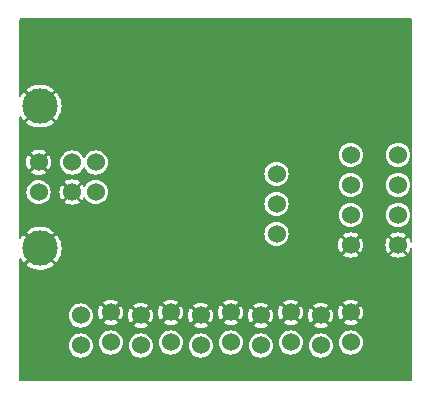
<source format=gbl>
%TF.GenerationSoftware,KiCad,Pcbnew,7.0.8*%
%TF.CreationDate,2024-04-10T09:11:16-04:00*%
%TF.ProjectId,petit-swd,70657469-742d-4737-9764-2e6b69636164,0.1*%
%TF.SameCoordinates,PX77e7cd0PY6a95280*%
%TF.FileFunction,Copper,L2,Bot*%
%TF.FilePolarity,Positive*%
%FSLAX46Y46*%
G04 Gerber Fmt 4.6, Leading zero omitted, Abs format (unit mm)*
G04 Created by KiCad (PCBNEW 7.0.8) date 2024-04-10 09:11:16*
%MOMM*%
%LPD*%
G01*
G04 APERTURE LIST*
%TA.AperFunction,ComponentPad*%
%ADD10C,1.524000*%
%TD*%
%TA.AperFunction,ComponentPad*%
%ADD11C,3.000000*%
%TD*%
G04 APERTURE END LIST*
D10*
%TO.P,CON102,1,Vdd*%
%TO.N,VCC*%
X28575000Y19685000D03*
%TO.P,CON102,2,SWDIO*%
%TO.N,/SWDIO*%
X28575000Y17145000D03*
%TO.P,CON102,3,SWCLK*%
%TO.N,/SWCLK*%
X28575000Y14605000D03*
%TO.P,CON102,4,GND*%
%TO.N,GND*%
X28575000Y12065000D03*
%TD*%
%TO.P,CON104,1,+5V*%
%TO.N,+5V*%
X6985000Y16550000D03*
%TO.P,CON104,2,D-*%
%TO.N,unconnected-(CON104-D--Pad2)*%
X6985000Y19050000D03*
%TO.P,CON104,3,D+*%
%TO.N,unconnected-(CON104-D+-Pad3)*%
X4985000Y19050000D03*
%TO.P,CON104,4,GND*%
%TO.N,GND*%
X4985000Y16550000D03*
D11*
%TO.P,CON104,5,CASE*%
X2275000Y11780000D03*
X2275000Y23820000D03*
%TD*%
D10*
%TO.P,CON105,1,1*%
%TO.N,+3V3*%
X22288500Y18084800D03*
%TO.P,CON105,2,2*%
%TO.N,VCC*%
X22288500Y15544800D03*
%TO.P,CON105,3,3*%
%TO.N,+5V*%
X22288500Y13004800D03*
%TD*%
%TO.P,CON101,1,Vcc*%
%TO.N,VCC*%
X5715000Y3556000D03*
%TO.P,CON101,2,Vcc*%
X5715000Y6096000D03*
%TO.P,CON101,3,TRST*%
%TO.N,unconnected-(CON101-TRST-Pad3)*%
X8255000Y3810000D03*
%TO.P,CON101,4,GND*%
%TO.N,GND*%
X8255000Y6350000D03*
%TO.P,CON101,5,TDI*%
%TO.N,unconnected-(CON101-TDI-Pad5)*%
X10795000Y3556000D03*
%TO.P,CON101,6,GND*%
%TO.N,GND*%
X10795000Y6096000D03*
%TO.P,CON101,7,SWDIO/TMS*%
%TO.N,/SWDIO*%
X13335000Y3810000D03*
%TO.P,CON101,8,GND*%
%TO.N,GND*%
X13335000Y6350000D03*
%TO.P,CON101,9,SWCLK/TCLK*%
%TO.N,/SWCLK*%
X15875000Y3556000D03*
%TO.P,CON101,10,GND*%
%TO.N,GND*%
X15875000Y6096000D03*
%TO.P,CON101,11,RTCK*%
%TO.N,unconnected-(CON101-RTCK-Pad11)*%
X18415000Y3810000D03*
%TO.P,CON101,12,GND*%
%TO.N,GND*%
X18415000Y6350000D03*
%TO.P,CON101,13,SWO/TDO*%
%TO.N,unconnected-(CON101-SWO{slash}TDO-Pad13)*%
X20955000Y3556000D03*
%TO.P,CON101,14,GND*%
%TO.N,GND*%
X20955000Y6096000D03*
%TO.P,CON101,15,RESET*%
%TO.N,unconnected-(CON101-RESET-Pad15)*%
X23495000Y3810000D03*
%TO.P,CON101,16,GND*%
%TO.N,GND*%
X23495000Y6350000D03*
%TO.P,CON101,17,NC*%
%TO.N,unconnected-(CON101-NC-Pad17)*%
X26035000Y3556000D03*
%TO.P,CON101,18,GND*%
%TO.N,GND*%
X26035000Y6096000D03*
%TO.P,CON101,19,NC*%
%TO.N,unconnected-(CON101-NC-Pad19)*%
X28575000Y3810000D03*
%TO.P,CON101,20,GND*%
%TO.N,GND*%
X28575000Y6350000D03*
%TD*%
%TO.P,CON106,1,1*%
%TO.N,+5V*%
X2140000Y16535400D03*
%TO.P,CON106,2,2*%
%TO.N,GND*%
X2140000Y19075400D03*
%TD*%
%TO.P,CON103,1,Vdd*%
%TO.N,VCC*%
X32575500Y19685000D03*
%TO.P,CON103,2,SWDIO*%
%TO.N,/SWDIO*%
X32575500Y17145000D03*
%TO.P,CON103,3,SWCLK*%
%TO.N,/SWCLK*%
X32575500Y14605000D03*
%TO.P,CON103,4,GND*%
%TO.N,GND*%
X32575500Y12065000D03*
%TD*%
%TA.AperFunction,Conductor*%
%TO.N,GND*%
G36*
X33750101Y31220935D02*
G01*
X33780165Y31168864D01*
X33781500Y31153600D01*
X33781500Y12356941D01*
X33760935Y12300440D01*
X33708864Y12270376D01*
X33649650Y12280817D01*
X33611001Y12326877D01*
X33609485Y12331425D01*
X33565866Y12475217D01*
X33466801Y12660554D01*
X33430640Y12704616D01*
X33027431Y12301407D01*
X32963369Y12401090D01*
X32852970Y12496752D01*
X32810925Y12515953D01*
X33215113Y12920141D01*
X33171053Y12956302D01*
X33171054Y12956302D01*
X32985716Y13055367D01*
X32784635Y13116364D01*
X32575500Y13136962D01*
X32366364Y13116364D01*
X32165283Y13055367D01*
X31979949Y12956304D01*
X31935885Y12920142D01*
X32340074Y12515953D01*
X32298030Y12496752D01*
X32187631Y12401090D01*
X32123567Y12301406D01*
X31720358Y12704615D01*
X31684196Y12660551D01*
X31585133Y12475217D01*
X31524136Y12274136D01*
X31503538Y12065000D01*
X31524136Y11855865D01*
X31585133Y11654784D01*
X31684198Y11469447D01*
X31720359Y11425387D01*
X32123567Y11828595D01*
X32187631Y11728910D01*
X32298030Y11633248D01*
X32340072Y11614048D01*
X31935884Y11209860D01*
X31979946Y11173699D01*
X31979945Y11173699D01*
X32165283Y11074634D01*
X32366364Y11013637D01*
X32575500Y10993039D01*
X32784635Y11013637D01*
X32985716Y11074634D01*
X33171048Y11173696D01*
X33215113Y11209861D01*
X32810926Y11614048D01*
X32852970Y11633248D01*
X32963369Y11728910D01*
X33027432Y11828595D01*
X33430639Y11425387D01*
X33466804Y11469452D01*
X33565866Y11654784D01*
X33609485Y11798576D01*
X33645565Y11846675D01*
X33704122Y11860328D01*
X33757755Y11833148D01*
X33781369Y11777852D01*
X33781500Y11773060D01*
X33781500Y596400D01*
X33760935Y539899D01*
X33708864Y509835D01*
X33693600Y508500D01*
X596400Y508500D01*
X539899Y529065D01*
X509835Y581136D01*
X508500Y596400D01*
X508500Y3556000D01*
X4693582Y3556000D01*
X4713208Y3356731D01*
X4771333Y3165120D01*
X4865722Y2988531D01*
X4992748Y2833748D01*
X5147531Y2706722D01*
X5324120Y2612333D01*
X5515731Y2554208D01*
X5715000Y2534582D01*
X5914269Y2554208D01*
X6105880Y2612333D01*
X6282469Y2706722D01*
X6437252Y2833748D01*
X6564278Y2988531D01*
X6658667Y3165120D01*
X6716792Y3356731D01*
X6736418Y3556000D01*
X6716792Y3755269D01*
X6700189Y3810000D01*
X7233582Y3810000D01*
X7253208Y3610731D01*
X7311333Y3419120D01*
X7405722Y3242531D01*
X7532748Y3087748D01*
X7687531Y2960722D01*
X7864120Y2866333D01*
X8055731Y2808208D01*
X8255000Y2788582D01*
X8454269Y2808208D01*
X8645880Y2866333D01*
X8822469Y2960722D01*
X8977252Y3087748D01*
X9104278Y3242531D01*
X9198667Y3419120D01*
X9240189Y3556000D01*
X9773582Y3556000D01*
X9793208Y3356731D01*
X9851333Y3165120D01*
X9945722Y2988531D01*
X10072748Y2833748D01*
X10227531Y2706722D01*
X10404120Y2612333D01*
X10595731Y2554208D01*
X10795000Y2534582D01*
X10994269Y2554208D01*
X11185880Y2612333D01*
X11362469Y2706722D01*
X11517252Y2833748D01*
X11644278Y2988531D01*
X11738667Y3165120D01*
X11796792Y3356731D01*
X11816418Y3556000D01*
X11796792Y3755269D01*
X11780189Y3810000D01*
X12313582Y3810000D01*
X12333208Y3610731D01*
X12391333Y3419120D01*
X12485722Y3242531D01*
X12612748Y3087748D01*
X12767531Y2960722D01*
X12944120Y2866333D01*
X13135731Y2808208D01*
X13335000Y2788582D01*
X13534269Y2808208D01*
X13725880Y2866333D01*
X13902469Y2960722D01*
X14057252Y3087748D01*
X14184278Y3242531D01*
X14278667Y3419120D01*
X14320189Y3556000D01*
X14853582Y3556000D01*
X14873208Y3356731D01*
X14931333Y3165120D01*
X15025722Y2988531D01*
X15152748Y2833748D01*
X15307531Y2706722D01*
X15484120Y2612333D01*
X15675731Y2554208D01*
X15875000Y2534582D01*
X16074269Y2554208D01*
X16265880Y2612333D01*
X16442469Y2706722D01*
X16597252Y2833748D01*
X16724278Y2988531D01*
X16818667Y3165120D01*
X16876792Y3356731D01*
X16896418Y3556000D01*
X16876792Y3755269D01*
X16860189Y3810000D01*
X17393582Y3810000D01*
X17413208Y3610731D01*
X17471333Y3419120D01*
X17565722Y3242531D01*
X17692748Y3087748D01*
X17847531Y2960722D01*
X18024120Y2866333D01*
X18215731Y2808208D01*
X18415000Y2788582D01*
X18614269Y2808208D01*
X18805880Y2866333D01*
X18982469Y2960722D01*
X19137252Y3087748D01*
X19264278Y3242531D01*
X19358667Y3419120D01*
X19400189Y3556000D01*
X19933582Y3556000D01*
X19953208Y3356731D01*
X20011333Y3165120D01*
X20105722Y2988531D01*
X20232748Y2833748D01*
X20387531Y2706722D01*
X20564120Y2612333D01*
X20755731Y2554208D01*
X20955000Y2534582D01*
X21154269Y2554208D01*
X21345880Y2612333D01*
X21522469Y2706722D01*
X21677252Y2833748D01*
X21804278Y2988531D01*
X21898667Y3165120D01*
X21956792Y3356731D01*
X21976418Y3556000D01*
X21956792Y3755269D01*
X21940189Y3810000D01*
X22473582Y3810000D01*
X22493208Y3610731D01*
X22551333Y3419120D01*
X22645722Y3242531D01*
X22772748Y3087748D01*
X22927531Y2960722D01*
X23104120Y2866333D01*
X23295731Y2808208D01*
X23495000Y2788582D01*
X23694269Y2808208D01*
X23885880Y2866333D01*
X24062469Y2960722D01*
X24217252Y3087748D01*
X24344278Y3242531D01*
X24438667Y3419120D01*
X24480189Y3556000D01*
X25013582Y3556000D01*
X25033208Y3356731D01*
X25091333Y3165120D01*
X25185722Y2988531D01*
X25312748Y2833748D01*
X25467531Y2706722D01*
X25644120Y2612333D01*
X25835731Y2554208D01*
X26035000Y2534582D01*
X26234269Y2554208D01*
X26425880Y2612333D01*
X26602469Y2706722D01*
X26757252Y2833748D01*
X26884278Y2988531D01*
X26978667Y3165120D01*
X27036792Y3356731D01*
X27056418Y3556000D01*
X27036792Y3755269D01*
X27020189Y3810000D01*
X27553582Y3810000D01*
X27573208Y3610731D01*
X27631333Y3419120D01*
X27725722Y3242531D01*
X27852748Y3087748D01*
X28007531Y2960722D01*
X28184120Y2866333D01*
X28375731Y2808208D01*
X28575000Y2788582D01*
X28774269Y2808208D01*
X28965880Y2866333D01*
X29142469Y2960722D01*
X29297252Y3087748D01*
X29424278Y3242531D01*
X29518667Y3419120D01*
X29576792Y3610731D01*
X29596418Y3810000D01*
X29576792Y4009269D01*
X29518667Y4200880D01*
X29424278Y4377469D01*
X29297252Y4532252D01*
X29142469Y4659278D01*
X28965880Y4753667D01*
X28853398Y4787789D01*
X28774273Y4811791D01*
X28774271Y4811792D01*
X28774269Y4811792D01*
X28575000Y4831418D01*
X28375731Y4811792D01*
X28375728Y4811792D01*
X28375726Y4811791D01*
X28184120Y4753667D01*
X28184116Y4753665D01*
X28007530Y4659278D01*
X27852750Y4532254D01*
X27852746Y4532250D01*
X27725722Y4377470D01*
X27631335Y4200884D01*
X27631333Y4200880D01*
X27573209Y4009274D01*
X27573208Y4009272D01*
X27573208Y4009269D01*
X27553582Y3810000D01*
X27020189Y3810000D01*
X26978667Y3946880D01*
X26884278Y4123469D01*
X26757252Y4278252D01*
X26602469Y4405278D01*
X26425880Y4499667D01*
X26313398Y4533789D01*
X26234273Y4557791D01*
X26234271Y4557792D01*
X26234269Y4557792D01*
X26035000Y4577418D01*
X25835731Y4557792D01*
X25835728Y4557792D01*
X25835726Y4557791D01*
X25644120Y4499667D01*
X25644116Y4499665D01*
X25467530Y4405278D01*
X25312750Y4278254D01*
X25312746Y4278250D01*
X25185722Y4123470D01*
X25091335Y3946884D01*
X25091333Y3946880D01*
X25033209Y3755274D01*
X25033208Y3755272D01*
X25033208Y3755269D01*
X25013582Y3556000D01*
X24480189Y3556000D01*
X24496792Y3610731D01*
X24516418Y3810000D01*
X24496792Y4009269D01*
X24438667Y4200880D01*
X24344278Y4377469D01*
X24217252Y4532252D01*
X24062469Y4659278D01*
X23885880Y4753667D01*
X23773398Y4787789D01*
X23694273Y4811791D01*
X23694271Y4811792D01*
X23694269Y4811792D01*
X23495000Y4831418D01*
X23295731Y4811792D01*
X23295728Y4811792D01*
X23295726Y4811791D01*
X23104120Y4753667D01*
X23104116Y4753665D01*
X22927530Y4659278D01*
X22772750Y4532254D01*
X22772746Y4532250D01*
X22645722Y4377470D01*
X22551335Y4200884D01*
X22551333Y4200880D01*
X22493209Y4009274D01*
X22493208Y4009272D01*
X22493208Y4009269D01*
X22473582Y3810000D01*
X21940189Y3810000D01*
X21898667Y3946880D01*
X21804278Y4123469D01*
X21677252Y4278252D01*
X21522469Y4405278D01*
X21345880Y4499667D01*
X21233398Y4533789D01*
X21154273Y4557791D01*
X21154271Y4557792D01*
X21154269Y4557792D01*
X20955000Y4577418D01*
X20755731Y4557792D01*
X20755728Y4557792D01*
X20755726Y4557791D01*
X20564120Y4499667D01*
X20564116Y4499665D01*
X20387530Y4405278D01*
X20232750Y4278254D01*
X20232746Y4278250D01*
X20105722Y4123470D01*
X20011335Y3946884D01*
X20011333Y3946880D01*
X19953209Y3755274D01*
X19953208Y3755272D01*
X19953208Y3755269D01*
X19933582Y3556000D01*
X19400189Y3556000D01*
X19416792Y3610731D01*
X19436418Y3810000D01*
X19416792Y4009269D01*
X19358667Y4200880D01*
X19264278Y4377469D01*
X19137252Y4532252D01*
X18982469Y4659278D01*
X18805880Y4753667D01*
X18693398Y4787789D01*
X18614273Y4811791D01*
X18614271Y4811792D01*
X18614269Y4811792D01*
X18415000Y4831418D01*
X18215731Y4811792D01*
X18215728Y4811792D01*
X18215726Y4811791D01*
X18024120Y4753667D01*
X18024116Y4753665D01*
X17847530Y4659278D01*
X17692750Y4532254D01*
X17692746Y4532250D01*
X17565722Y4377470D01*
X17471335Y4200884D01*
X17471333Y4200880D01*
X17413209Y4009274D01*
X17413208Y4009272D01*
X17413208Y4009269D01*
X17393582Y3810000D01*
X16860189Y3810000D01*
X16818667Y3946880D01*
X16724278Y4123469D01*
X16597252Y4278252D01*
X16442469Y4405278D01*
X16265880Y4499667D01*
X16153398Y4533789D01*
X16074273Y4557791D01*
X16074271Y4557792D01*
X16074269Y4557792D01*
X15875000Y4577418D01*
X15675731Y4557792D01*
X15675728Y4557792D01*
X15675726Y4557791D01*
X15484120Y4499667D01*
X15484116Y4499665D01*
X15307530Y4405278D01*
X15152750Y4278254D01*
X15152746Y4278250D01*
X15025722Y4123470D01*
X14931335Y3946884D01*
X14931333Y3946880D01*
X14873209Y3755274D01*
X14873208Y3755272D01*
X14873208Y3755269D01*
X14853582Y3556000D01*
X14320189Y3556000D01*
X14336792Y3610731D01*
X14356418Y3810000D01*
X14336792Y4009269D01*
X14278667Y4200880D01*
X14184278Y4377469D01*
X14057252Y4532252D01*
X13902469Y4659278D01*
X13725880Y4753667D01*
X13613398Y4787789D01*
X13534273Y4811791D01*
X13534271Y4811792D01*
X13534269Y4811792D01*
X13335000Y4831418D01*
X13135731Y4811792D01*
X13135728Y4811792D01*
X13135726Y4811791D01*
X12944120Y4753667D01*
X12944116Y4753665D01*
X12767530Y4659278D01*
X12612750Y4532254D01*
X12612746Y4532250D01*
X12485722Y4377470D01*
X12391335Y4200884D01*
X12391333Y4200880D01*
X12333209Y4009274D01*
X12333208Y4009272D01*
X12333208Y4009269D01*
X12313582Y3810000D01*
X11780189Y3810000D01*
X11738667Y3946880D01*
X11644278Y4123469D01*
X11517252Y4278252D01*
X11362469Y4405278D01*
X11185880Y4499667D01*
X11073398Y4533789D01*
X10994273Y4557791D01*
X10994271Y4557792D01*
X10994269Y4557792D01*
X10795000Y4577418D01*
X10595731Y4557792D01*
X10595728Y4557792D01*
X10595726Y4557791D01*
X10404120Y4499667D01*
X10404116Y4499665D01*
X10227530Y4405278D01*
X10072750Y4278254D01*
X10072746Y4278250D01*
X9945722Y4123470D01*
X9851335Y3946884D01*
X9851333Y3946880D01*
X9793209Y3755274D01*
X9793208Y3755272D01*
X9793208Y3755269D01*
X9773582Y3556000D01*
X9240189Y3556000D01*
X9256792Y3610731D01*
X9276418Y3810000D01*
X9256792Y4009269D01*
X9198667Y4200880D01*
X9104278Y4377469D01*
X8977252Y4532252D01*
X8822469Y4659278D01*
X8645880Y4753667D01*
X8533398Y4787789D01*
X8454273Y4811791D01*
X8454271Y4811792D01*
X8454269Y4811792D01*
X8255000Y4831418D01*
X8055731Y4811792D01*
X8055728Y4811792D01*
X8055726Y4811791D01*
X7864120Y4753667D01*
X7864116Y4753665D01*
X7687530Y4659278D01*
X7532750Y4532254D01*
X7532746Y4532250D01*
X7405722Y4377470D01*
X7311335Y4200884D01*
X7311333Y4200880D01*
X7253209Y4009274D01*
X7253208Y4009272D01*
X7253208Y4009269D01*
X7233582Y3810000D01*
X6700189Y3810000D01*
X6658667Y3946880D01*
X6564278Y4123469D01*
X6437252Y4278252D01*
X6282469Y4405278D01*
X6105880Y4499667D01*
X5993398Y4533789D01*
X5914273Y4557791D01*
X5914271Y4557792D01*
X5914269Y4557792D01*
X5715000Y4577418D01*
X5515731Y4557792D01*
X5515728Y4557792D01*
X5515726Y4557791D01*
X5324120Y4499667D01*
X5324116Y4499665D01*
X5147530Y4405278D01*
X4992750Y4278254D01*
X4992746Y4278250D01*
X4865722Y4123470D01*
X4771335Y3946884D01*
X4771333Y3946880D01*
X4713209Y3755274D01*
X4713208Y3755272D01*
X4713208Y3755269D01*
X4693582Y3556000D01*
X508500Y3556000D01*
X508500Y6096000D01*
X4693582Y6096000D01*
X4713208Y5896731D01*
X4713208Y5896729D01*
X4713209Y5896727D01*
X4725089Y5857565D01*
X4771333Y5705120D01*
X4865722Y5528531D01*
X4992748Y5373748D01*
X5147531Y5246722D01*
X5324120Y5152333D01*
X5515731Y5094208D01*
X5715000Y5074582D01*
X5914269Y5094208D01*
X6105880Y5152333D01*
X6282469Y5246722D01*
X6437252Y5373748D01*
X6564278Y5528531D01*
X6658667Y5705120D01*
X6716792Y5896731D01*
X6736418Y6096000D01*
X6716792Y6295269D01*
X6700189Y6350000D01*
X7183038Y6350000D01*
X7203636Y6140865D01*
X7264633Y5939784D01*
X7363698Y5754447D01*
X7399859Y5710387D01*
X7803067Y6113595D01*
X7867131Y6013910D01*
X7977530Y5918248D01*
X8019572Y5899048D01*
X7615384Y5494860D01*
X7659446Y5458699D01*
X7659445Y5458699D01*
X7844783Y5359634D01*
X8045864Y5298637D01*
X8255000Y5278039D01*
X8464135Y5298637D01*
X8665216Y5359634D01*
X8850548Y5458696D01*
X8894613Y5494861D01*
X8490426Y5899048D01*
X8532470Y5918248D01*
X8642869Y6013910D01*
X8706932Y6113595D01*
X9110139Y5710387D01*
X9146304Y5754452D01*
X9245366Y5939784D01*
X9292753Y6096000D01*
X9723038Y6096000D01*
X9743636Y5886865D01*
X9804633Y5685784D01*
X9903698Y5500447D01*
X9939859Y5456387D01*
X10343067Y5859595D01*
X10407131Y5759910D01*
X10517530Y5664248D01*
X10559572Y5645048D01*
X10155384Y5240860D01*
X10199446Y5204699D01*
X10199445Y5204699D01*
X10384783Y5105634D01*
X10585864Y5044637D01*
X10795000Y5024039D01*
X11004135Y5044637D01*
X11205216Y5105634D01*
X11390548Y5204696D01*
X11434613Y5240861D01*
X11030426Y5645048D01*
X11072470Y5664248D01*
X11182869Y5759910D01*
X11246932Y5859595D01*
X11650139Y5456387D01*
X11686304Y5500452D01*
X11785366Y5685784D01*
X11846363Y5886865D01*
X11866961Y6096000D01*
X11846363Y6305136D01*
X11832754Y6350000D01*
X12263038Y6350000D01*
X12283636Y6140865D01*
X12344633Y5939784D01*
X12443698Y5754447D01*
X12479859Y5710387D01*
X12883067Y6113595D01*
X12947131Y6013910D01*
X13057530Y5918248D01*
X13099572Y5899048D01*
X12695384Y5494860D01*
X12739446Y5458699D01*
X12739445Y5458699D01*
X12924783Y5359634D01*
X13125864Y5298637D01*
X13335000Y5278039D01*
X13544135Y5298637D01*
X13745216Y5359634D01*
X13930548Y5458696D01*
X13974613Y5494861D01*
X13570426Y5899048D01*
X13612470Y5918248D01*
X13722869Y6013910D01*
X13786932Y6113595D01*
X14190139Y5710387D01*
X14226304Y5754452D01*
X14325366Y5939784D01*
X14372753Y6096000D01*
X14803038Y6096000D01*
X14823636Y5886865D01*
X14884633Y5685784D01*
X14983698Y5500447D01*
X15019859Y5456387D01*
X15423067Y5859595D01*
X15487131Y5759910D01*
X15597530Y5664248D01*
X15639572Y5645048D01*
X15235384Y5240860D01*
X15279446Y5204699D01*
X15279445Y5204699D01*
X15464783Y5105634D01*
X15665864Y5044637D01*
X15875000Y5024039D01*
X16084135Y5044637D01*
X16285216Y5105634D01*
X16470548Y5204696D01*
X16514613Y5240861D01*
X16110426Y5645048D01*
X16152470Y5664248D01*
X16262869Y5759910D01*
X16326932Y5859595D01*
X16730139Y5456387D01*
X16766304Y5500452D01*
X16865366Y5685784D01*
X16926363Y5886865D01*
X16946961Y6096000D01*
X16926363Y6305136D01*
X16912754Y6350000D01*
X17343038Y6350000D01*
X17363636Y6140865D01*
X17424633Y5939784D01*
X17523698Y5754447D01*
X17559859Y5710387D01*
X17963067Y6113595D01*
X18027131Y6013910D01*
X18137530Y5918248D01*
X18179572Y5899048D01*
X17775384Y5494860D01*
X17819446Y5458699D01*
X17819445Y5458699D01*
X18004783Y5359634D01*
X18205864Y5298637D01*
X18415000Y5278039D01*
X18624135Y5298637D01*
X18825216Y5359634D01*
X19010548Y5458696D01*
X19054613Y5494861D01*
X18650426Y5899048D01*
X18692470Y5918248D01*
X18802869Y6013910D01*
X18866932Y6113595D01*
X19270139Y5710387D01*
X19306304Y5754452D01*
X19405366Y5939784D01*
X19452753Y6096000D01*
X19883038Y6096000D01*
X19903636Y5886865D01*
X19964633Y5685784D01*
X20063698Y5500447D01*
X20099859Y5456387D01*
X20503067Y5859595D01*
X20567131Y5759910D01*
X20677530Y5664248D01*
X20719572Y5645048D01*
X20315384Y5240860D01*
X20359446Y5204699D01*
X20359445Y5204699D01*
X20544783Y5105634D01*
X20745864Y5044637D01*
X20955000Y5024039D01*
X21164135Y5044637D01*
X21365216Y5105634D01*
X21550548Y5204696D01*
X21594613Y5240861D01*
X21190426Y5645048D01*
X21232470Y5664248D01*
X21342869Y5759910D01*
X21406932Y5859595D01*
X21810139Y5456387D01*
X21846304Y5500452D01*
X21945366Y5685784D01*
X22006363Y5886865D01*
X22026961Y6096000D01*
X22006363Y6305136D01*
X21992754Y6350000D01*
X22423038Y6350000D01*
X22443636Y6140865D01*
X22504633Y5939784D01*
X22603698Y5754447D01*
X22639859Y5710387D01*
X23043067Y6113595D01*
X23107131Y6013910D01*
X23217530Y5918248D01*
X23259572Y5899048D01*
X22855384Y5494860D01*
X22899446Y5458699D01*
X22899445Y5458699D01*
X23084783Y5359634D01*
X23285864Y5298637D01*
X23495000Y5278039D01*
X23704135Y5298637D01*
X23905216Y5359634D01*
X24090548Y5458696D01*
X24134613Y5494861D01*
X23730426Y5899048D01*
X23772470Y5918248D01*
X23882869Y6013910D01*
X23946932Y6113595D01*
X24350139Y5710387D01*
X24386304Y5754452D01*
X24485366Y5939784D01*
X24532753Y6096000D01*
X24963038Y6096000D01*
X24983636Y5886865D01*
X25044633Y5685784D01*
X25143698Y5500447D01*
X25179859Y5456387D01*
X25583067Y5859595D01*
X25647131Y5759910D01*
X25757530Y5664248D01*
X25799572Y5645048D01*
X25395384Y5240860D01*
X25439446Y5204699D01*
X25439445Y5204699D01*
X25624783Y5105634D01*
X25825864Y5044637D01*
X26035000Y5024039D01*
X26244135Y5044637D01*
X26445216Y5105634D01*
X26630548Y5204696D01*
X26674613Y5240861D01*
X26270426Y5645048D01*
X26312470Y5664248D01*
X26422869Y5759910D01*
X26486932Y5859595D01*
X26890139Y5456387D01*
X26926304Y5500452D01*
X27025366Y5685784D01*
X27086363Y5886865D01*
X27106961Y6096000D01*
X27086363Y6305136D01*
X27072754Y6350000D01*
X27503038Y6350000D01*
X27523636Y6140865D01*
X27584633Y5939784D01*
X27683698Y5754447D01*
X27719859Y5710387D01*
X28123067Y6113595D01*
X28187131Y6013910D01*
X28297530Y5918248D01*
X28339572Y5899048D01*
X27935384Y5494860D01*
X27979446Y5458699D01*
X27979445Y5458699D01*
X28164783Y5359634D01*
X28365864Y5298637D01*
X28575000Y5278039D01*
X28784135Y5298637D01*
X28985216Y5359634D01*
X29170548Y5458696D01*
X29214613Y5494861D01*
X28810426Y5899048D01*
X28852470Y5918248D01*
X28962869Y6013910D01*
X29026932Y6113595D01*
X29430139Y5710387D01*
X29466304Y5754452D01*
X29565366Y5939784D01*
X29626363Y6140865D01*
X29646961Y6350000D01*
X29626363Y6559136D01*
X29565366Y6760217D01*
X29466301Y6945554D01*
X29430140Y6989616D01*
X29026931Y6586407D01*
X28962869Y6686090D01*
X28852470Y6781752D01*
X28810425Y6800953D01*
X29214613Y7205141D01*
X29170553Y7241302D01*
X29170554Y7241302D01*
X28985216Y7340367D01*
X28784135Y7401364D01*
X28575000Y7421962D01*
X28365864Y7401364D01*
X28164783Y7340367D01*
X27979449Y7241304D01*
X27935385Y7205142D01*
X28339574Y6800953D01*
X28297530Y6781752D01*
X28187131Y6686090D01*
X28123067Y6586406D01*
X27719858Y6989615D01*
X27683696Y6945551D01*
X27584633Y6760217D01*
X27523636Y6559136D01*
X27503038Y6350000D01*
X27072754Y6350000D01*
X27025366Y6506217D01*
X26926301Y6691554D01*
X26890140Y6735616D01*
X26486931Y6332407D01*
X26422869Y6432090D01*
X26312470Y6527752D01*
X26270425Y6546953D01*
X26674613Y6951141D01*
X26630553Y6987302D01*
X26630554Y6987302D01*
X26445216Y7086367D01*
X26244135Y7147364D01*
X26035000Y7167962D01*
X25825864Y7147364D01*
X25624783Y7086367D01*
X25439449Y6987304D01*
X25395385Y6951142D01*
X25799574Y6546953D01*
X25757530Y6527752D01*
X25647131Y6432090D01*
X25583067Y6332406D01*
X25179858Y6735615D01*
X25143696Y6691551D01*
X25044633Y6506217D01*
X24983636Y6305136D01*
X24963038Y6096000D01*
X24532753Y6096000D01*
X24546363Y6140865D01*
X24566961Y6350000D01*
X24546363Y6559136D01*
X24485366Y6760217D01*
X24386301Y6945554D01*
X24350140Y6989616D01*
X23946931Y6586407D01*
X23882869Y6686090D01*
X23772470Y6781752D01*
X23730425Y6800953D01*
X24134613Y7205141D01*
X24090553Y7241302D01*
X24090554Y7241302D01*
X23905216Y7340367D01*
X23704135Y7401364D01*
X23495000Y7421962D01*
X23285864Y7401364D01*
X23084783Y7340367D01*
X22899449Y7241304D01*
X22855385Y7205142D01*
X23259574Y6800953D01*
X23217530Y6781752D01*
X23107131Y6686090D01*
X23043067Y6586406D01*
X22639858Y6989615D01*
X22603696Y6945551D01*
X22504633Y6760217D01*
X22443636Y6559136D01*
X22423038Y6350000D01*
X21992754Y6350000D01*
X21945366Y6506217D01*
X21846301Y6691554D01*
X21810140Y6735616D01*
X21406931Y6332407D01*
X21342869Y6432090D01*
X21232470Y6527752D01*
X21190425Y6546953D01*
X21594613Y6951141D01*
X21550553Y6987302D01*
X21550554Y6987302D01*
X21365216Y7086367D01*
X21164135Y7147364D01*
X20955000Y7167962D01*
X20745864Y7147364D01*
X20544783Y7086367D01*
X20359449Y6987304D01*
X20315385Y6951142D01*
X20719574Y6546953D01*
X20677530Y6527752D01*
X20567131Y6432090D01*
X20503067Y6332406D01*
X20099858Y6735615D01*
X20063696Y6691551D01*
X19964633Y6506217D01*
X19903636Y6305136D01*
X19883038Y6096000D01*
X19452753Y6096000D01*
X19466363Y6140865D01*
X19486961Y6350000D01*
X19466363Y6559136D01*
X19405366Y6760217D01*
X19306301Y6945554D01*
X19270140Y6989616D01*
X18866931Y6586407D01*
X18802869Y6686090D01*
X18692470Y6781752D01*
X18650425Y6800953D01*
X19054613Y7205141D01*
X19010553Y7241302D01*
X19010554Y7241302D01*
X18825216Y7340367D01*
X18624135Y7401364D01*
X18415000Y7421962D01*
X18205864Y7401364D01*
X18004783Y7340367D01*
X17819449Y7241304D01*
X17775385Y7205142D01*
X18179574Y6800953D01*
X18137530Y6781752D01*
X18027131Y6686090D01*
X17963067Y6586406D01*
X17559858Y6989615D01*
X17523696Y6945551D01*
X17424633Y6760217D01*
X17363636Y6559136D01*
X17343038Y6350000D01*
X16912754Y6350000D01*
X16865366Y6506217D01*
X16766301Y6691554D01*
X16730140Y6735616D01*
X16326931Y6332407D01*
X16262869Y6432090D01*
X16152470Y6527752D01*
X16110425Y6546953D01*
X16514613Y6951141D01*
X16470553Y6987302D01*
X16470554Y6987302D01*
X16285216Y7086367D01*
X16084135Y7147364D01*
X15875000Y7167962D01*
X15665864Y7147364D01*
X15464783Y7086367D01*
X15279449Y6987304D01*
X15235385Y6951142D01*
X15639574Y6546953D01*
X15597530Y6527752D01*
X15487131Y6432090D01*
X15423067Y6332406D01*
X15019858Y6735615D01*
X14983696Y6691551D01*
X14884633Y6506217D01*
X14823636Y6305136D01*
X14803038Y6096000D01*
X14372753Y6096000D01*
X14386363Y6140865D01*
X14406961Y6350000D01*
X14386363Y6559136D01*
X14325366Y6760217D01*
X14226301Y6945554D01*
X14190140Y6989616D01*
X13786931Y6586407D01*
X13722869Y6686090D01*
X13612470Y6781752D01*
X13570425Y6800953D01*
X13974613Y7205141D01*
X13930553Y7241302D01*
X13930554Y7241302D01*
X13745216Y7340367D01*
X13544135Y7401364D01*
X13335000Y7421962D01*
X13125864Y7401364D01*
X12924783Y7340367D01*
X12739449Y7241304D01*
X12695385Y7205142D01*
X13099574Y6800953D01*
X13057530Y6781752D01*
X12947131Y6686090D01*
X12883067Y6586406D01*
X12479858Y6989615D01*
X12443696Y6945551D01*
X12344633Y6760217D01*
X12283636Y6559136D01*
X12263038Y6350000D01*
X11832754Y6350000D01*
X11785366Y6506217D01*
X11686301Y6691554D01*
X11650140Y6735616D01*
X11246931Y6332407D01*
X11182869Y6432090D01*
X11072470Y6527752D01*
X11030425Y6546953D01*
X11434613Y6951141D01*
X11390553Y6987302D01*
X11390554Y6987302D01*
X11205216Y7086367D01*
X11004135Y7147364D01*
X10795000Y7167962D01*
X10585864Y7147364D01*
X10384783Y7086367D01*
X10199449Y6987304D01*
X10155385Y6951142D01*
X10559574Y6546953D01*
X10517530Y6527752D01*
X10407131Y6432090D01*
X10343067Y6332406D01*
X9939858Y6735615D01*
X9903696Y6691551D01*
X9804633Y6506217D01*
X9743636Y6305136D01*
X9723038Y6096000D01*
X9292753Y6096000D01*
X9306363Y6140865D01*
X9326961Y6350000D01*
X9306363Y6559136D01*
X9245366Y6760217D01*
X9146301Y6945554D01*
X9110140Y6989616D01*
X8706931Y6586407D01*
X8642869Y6686090D01*
X8532470Y6781752D01*
X8490425Y6800953D01*
X8894613Y7205141D01*
X8850553Y7241302D01*
X8850554Y7241302D01*
X8665216Y7340367D01*
X8464135Y7401364D01*
X8255000Y7421962D01*
X8045864Y7401364D01*
X7844783Y7340367D01*
X7659449Y7241304D01*
X7615385Y7205142D01*
X8019574Y6800953D01*
X7977530Y6781752D01*
X7867131Y6686090D01*
X7803067Y6586406D01*
X7399858Y6989615D01*
X7363696Y6945551D01*
X7264633Y6760217D01*
X7203636Y6559136D01*
X7183038Y6350000D01*
X6700189Y6350000D01*
X6658667Y6486880D01*
X6564278Y6663469D01*
X6437252Y6818252D01*
X6282469Y6945278D01*
X6105880Y7039667D01*
X5951932Y7086367D01*
X5914273Y7097791D01*
X5914271Y7097792D01*
X5914269Y7097792D01*
X5715000Y7117418D01*
X5515731Y7097792D01*
X5515728Y7097792D01*
X5515726Y7097791D01*
X5324120Y7039667D01*
X5324116Y7039665D01*
X5147530Y6945278D01*
X4992750Y6818254D01*
X4992746Y6818250D01*
X4865722Y6663470D01*
X4771335Y6486884D01*
X4771333Y6486880D01*
X4713209Y6295274D01*
X4713208Y6295272D01*
X4713208Y6295269D01*
X4693582Y6096000D01*
X508500Y6096000D01*
X508500Y10902021D01*
X529065Y10958522D01*
X581136Y10988586D01*
X640350Y10978145D01*
X672524Y10945971D01*
X779625Y10760467D01*
X895116Y10615646D01*
X1347558Y11068088D01*
X1486782Y10915366D01*
X1566039Y10855515D01*
X1109715Y10399190D01*
X1146571Y10364993D01*
X1370072Y10212613D01*
X1370071Y10212613D01*
X1613780Y10095250D01*
X1872272Y10015516D01*
X2139746Y9975201D01*
X2139755Y9975200D01*
X2410245Y9975200D01*
X2410253Y9975201D01*
X2677727Y10015516D01*
X2936219Y10095250D01*
X3179928Y10212613D01*
X3403429Y10364994D01*
X3440283Y10399190D01*
X2983959Y10855514D01*
X3063218Y10915366D01*
X3202440Y11068087D01*
X3654882Y10615645D01*
X3770374Y10760467D01*
X3770375Y10760469D01*
X3905626Y10994730D01*
X4004454Y11246538D01*
X4064644Y11510249D01*
X4064646Y11510257D01*
X4084861Y11779998D01*
X4084861Y11780003D01*
X4064646Y12049744D01*
X4064644Y12049752D01*
X4004454Y12313463D01*
X3905626Y12565271D01*
X3770374Y12799534D01*
X3654881Y12944357D01*
X3202439Y12491915D01*
X3063218Y12644634D01*
X2983959Y12704487D01*
X3284273Y13004800D01*
X21267082Y13004800D01*
X21286708Y12805531D01*
X21286708Y12805529D01*
X21286709Y12805527D01*
X21310711Y12726402D01*
X21344833Y12613920D01*
X21439222Y12437331D01*
X21566248Y12282548D01*
X21721031Y12155522D01*
X21897620Y12061133D01*
X22089231Y12003008D01*
X22288500Y11983382D01*
X22487769Y12003008D01*
X22679380Y12061133D01*
X22686615Y12065000D01*
X27503038Y12065000D01*
X27523636Y11855865D01*
X27584633Y11654784D01*
X27683698Y11469447D01*
X27719859Y11425387D01*
X28123067Y11828595D01*
X28187131Y11728910D01*
X28297530Y11633248D01*
X28339572Y11614048D01*
X27935384Y11209860D01*
X27979446Y11173699D01*
X27979445Y11173699D01*
X28164783Y11074634D01*
X28365864Y11013637D01*
X28575000Y10993039D01*
X28784135Y11013637D01*
X28985216Y11074634D01*
X29170548Y11173696D01*
X29214613Y11209861D01*
X28810426Y11614048D01*
X28852470Y11633248D01*
X28962869Y11728910D01*
X29026932Y11828595D01*
X29430139Y11425387D01*
X29466304Y11469452D01*
X29565366Y11654784D01*
X29626363Y11855865D01*
X29646961Y12065000D01*
X29626363Y12274136D01*
X29565366Y12475217D01*
X29466301Y12660554D01*
X29430140Y12704616D01*
X29026931Y12301407D01*
X28962869Y12401090D01*
X28852470Y12496752D01*
X28810425Y12515953D01*
X29214613Y12920141D01*
X29170553Y12956302D01*
X29170554Y12956302D01*
X28985216Y13055367D01*
X28784135Y13116364D01*
X28575000Y13136962D01*
X28365864Y13116364D01*
X28164783Y13055367D01*
X27979449Y12956304D01*
X27935385Y12920142D01*
X28339574Y12515953D01*
X28297530Y12496752D01*
X28187131Y12401090D01*
X28123067Y12301406D01*
X27719858Y12704615D01*
X27683696Y12660551D01*
X27584633Y12475217D01*
X27523636Y12274136D01*
X27503038Y12065000D01*
X22686615Y12065000D01*
X22855969Y12155522D01*
X23010752Y12282548D01*
X23137778Y12437331D01*
X23232167Y12613920D01*
X23290292Y12805531D01*
X23309918Y13004800D01*
X23290292Y13204069D01*
X23232167Y13395680D01*
X23137778Y13572269D01*
X23010752Y13727052D01*
X22855969Y13854078D01*
X22679380Y13948467D01*
X22566898Y13982589D01*
X22487773Y14006591D01*
X22487771Y14006592D01*
X22487769Y14006592D01*
X22288500Y14026218D01*
X22089231Y14006592D01*
X22089228Y14006592D01*
X22089226Y14006591D01*
X21897620Y13948467D01*
X21897616Y13948465D01*
X21721030Y13854078D01*
X21566250Y13727054D01*
X21566246Y13727050D01*
X21439222Y13572270D01*
X21344835Y13395684D01*
X21344833Y13395680D01*
X21286709Y13204074D01*
X21286708Y13204072D01*
X21286708Y13204069D01*
X21267082Y13004800D01*
X3284273Y13004800D01*
X3440284Y13160811D01*
X3440283Y13160812D01*
X3403428Y13195008D01*
X3179928Y13347388D01*
X3179929Y13347388D01*
X2936219Y13464751D01*
X2677727Y13544485D01*
X2410253Y13584800D01*
X2139746Y13584800D01*
X1872272Y13544485D01*
X1613780Y13464751D01*
X1370072Y13347388D01*
X1146575Y13195011D01*
X1109715Y13160812D01*
X1566040Y12704487D01*
X1486782Y12644634D01*
X1347559Y12491914D01*
X895116Y12944357D01*
X895115Y12944357D01*
X779630Y12799541D01*
X779625Y12799534D01*
X672524Y12614030D01*
X626463Y12575381D01*
X566336Y12575381D01*
X520276Y12614030D01*
X508500Y12657980D01*
X508500Y16535400D01*
X1118582Y16535400D01*
X1138208Y16336131D01*
X1138208Y16336129D01*
X1138209Y16336127D01*
X1150466Y16295723D01*
X1196333Y16144520D01*
X1290722Y15967931D01*
X1417748Y15813148D01*
X1572531Y15686122D01*
X1749120Y15591733D01*
X1940731Y15533608D01*
X2140000Y15513982D01*
X2339269Y15533608D01*
X2530880Y15591733D01*
X2707469Y15686122D01*
X2862252Y15813148D01*
X2989278Y15967931D01*
X3083667Y16144520D01*
X3141792Y16336131D01*
X3161418Y16535400D01*
X3159980Y16550000D01*
X3913038Y16550000D01*
X3933636Y16340865D01*
X3994633Y16139784D01*
X4093698Y15954447D01*
X4129859Y15910387D01*
X4533067Y16313595D01*
X4597131Y16213910D01*
X4707530Y16118248D01*
X4749572Y16099048D01*
X4345384Y15694860D01*
X4389446Y15658699D01*
X4389445Y15658699D01*
X4574783Y15559634D01*
X4775864Y15498637D01*
X4985000Y15478039D01*
X5194135Y15498637D01*
X5395216Y15559634D01*
X5580548Y15658696D01*
X5624613Y15694861D01*
X5220426Y16099048D01*
X5262470Y16118248D01*
X5372869Y16213910D01*
X5436932Y16313595D01*
X5840139Y15910387D01*
X5876306Y15954454D01*
X5935996Y16066128D01*
X5980766Y16106264D01*
X6040861Y16108232D01*
X6088161Y16071111D01*
X6091035Y16066133D01*
X6135722Y15982531D01*
X6262748Y15827748D01*
X6417531Y15700722D01*
X6594120Y15606333D01*
X6785731Y15548208D01*
X6985000Y15528582D01*
X7149666Y15544800D01*
X21267082Y15544800D01*
X21286708Y15345531D01*
X21286708Y15345529D01*
X21286709Y15345527D01*
X21310711Y15266402D01*
X21344833Y15153920D01*
X21439222Y14977331D01*
X21566248Y14822548D01*
X21721031Y14695522D01*
X21897620Y14601133D01*
X22089231Y14543008D01*
X22288500Y14523382D01*
X22487769Y14543008D01*
X22679380Y14601133D01*
X22686615Y14605000D01*
X27553582Y14605000D01*
X27573208Y14405731D01*
X27631333Y14214120D01*
X27725722Y14037531D01*
X27852748Y13882748D01*
X28007531Y13755722D01*
X28184120Y13661333D01*
X28375731Y13603208D01*
X28575000Y13583582D01*
X28774269Y13603208D01*
X28965880Y13661333D01*
X29142469Y13755722D01*
X29297252Y13882748D01*
X29424278Y14037531D01*
X29518667Y14214120D01*
X29576792Y14405731D01*
X29596418Y14605000D01*
X31554082Y14605000D01*
X31573708Y14405731D01*
X31631833Y14214120D01*
X31726222Y14037531D01*
X31853248Y13882748D01*
X32008031Y13755722D01*
X32184620Y13661333D01*
X32376231Y13603208D01*
X32575500Y13583582D01*
X32774769Y13603208D01*
X32966380Y13661333D01*
X33142969Y13755722D01*
X33297752Y13882748D01*
X33424778Y14037531D01*
X33519167Y14214120D01*
X33577292Y14405731D01*
X33596918Y14605000D01*
X33577292Y14804269D01*
X33519167Y14995880D01*
X33424778Y15172469D01*
X33297752Y15327252D01*
X33142969Y15454278D01*
X32966380Y15548667D01*
X32853898Y15582789D01*
X32774773Y15606791D01*
X32774771Y15606792D01*
X32774769Y15606792D01*
X32575500Y15626418D01*
X32376231Y15606792D01*
X32376228Y15606792D01*
X32376226Y15606791D01*
X32184620Y15548667D01*
X32184616Y15548665D01*
X32008030Y15454278D01*
X31853250Y15327254D01*
X31853246Y15327250D01*
X31726222Y15172470D01*
X31631835Y14995884D01*
X31631833Y14995880D01*
X31573709Y14804274D01*
X31573708Y14804272D01*
X31573708Y14804269D01*
X31554082Y14605000D01*
X29596418Y14605000D01*
X29576792Y14804269D01*
X29518667Y14995880D01*
X29424278Y15172469D01*
X29297252Y15327252D01*
X29142469Y15454278D01*
X28965880Y15548667D01*
X28853398Y15582789D01*
X28774273Y15606791D01*
X28774271Y15606792D01*
X28774269Y15606792D01*
X28575000Y15626418D01*
X28375731Y15606792D01*
X28375728Y15606792D01*
X28375726Y15606791D01*
X28184120Y15548667D01*
X28184116Y15548665D01*
X28007530Y15454278D01*
X27852750Y15327254D01*
X27852746Y15327250D01*
X27725722Y15172470D01*
X27631335Y14995884D01*
X27631333Y14995880D01*
X27573209Y14804274D01*
X27573208Y14804272D01*
X27573208Y14804269D01*
X27553582Y14605000D01*
X22686615Y14605000D01*
X22855969Y14695522D01*
X23010752Y14822548D01*
X23137778Y14977331D01*
X23232167Y15153920D01*
X23290292Y15345531D01*
X23309918Y15544800D01*
X23290292Y15744069D01*
X23232167Y15935680D01*
X23137778Y16112269D01*
X23010752Y16267052D01*
X22855969Y16394078D01*
X22679380Y16488467D01*
X22524664Y16535400D01*
X22487773Y16546591D01*
X22487771Y16546592D01*
X22487769Y16546592D01*
X22288500Y16566218D01*
X22089231Y16546592D01*
X22089228Y16546592D01*
X22089226Y16546591D01*
X21897620Y16488467D01*
X21897616Y16488465D01*
X21721030Y16394078D01*
X21566250Y16267054D01*
X21566246Y16267050D01*
X21439222Y16112270D01*
X21344835Y15935684D01*
X21344833Y15935680D01*
X21286709Y15744074D01*
X21286708Y15744072D01*
X21286708Y15744069D01*
X21267082Y15544800D01*
X7149666Y15544800D01*
X7184269Y15548208D01*
X7375880Y15606333D01*
X7552469Y15700722D01*
X7707252Y15827748D01*
X7834278Y15982531D01*
X7928667Y16159120D01*
X7986792Y16350731D01*
X8006418Y16550000D01*
X7986792Y16749269D01*
X7928667Y16940880D01*
X7834278Y17117469D01*
X7707252Y17272252D01*
X7552469Y17399278D01*
X7375880Y17493667D01*
X7263398Y17527789D01*
X7184273Y17551791D01*
X7184271Y17551792D01*
X7184269Y17551792D01*
X6985000Y17571418D01*
X6785731Y17551792D01*
X6785728Y17551792D01*
X6785726Y17551791D01*
X6594120Y17493667D01*
X6594116Y17493665D01*
X6417530Y17399278D01*
X6262750Y17272254D01*
X6262746Y17272250D01*
X6135721Y17117468D01*
X6091037Y17033871D01*
X6046266Y16993737D01*
X5986171Y16991770D01*
X5938872Y17028892D01*
X5935996Y17033873D01*
X5876303Y17145551D01*
X5876301Y17145554D01*
X5840140Y17189616D01*
X5436931Y16786407D01*
X5372869Y16886090D01*
X5262470Y16981752D01*
X5220425Y17000953D01*
X5624613Y17405141D01*
X5580553Y17441302D01*
X5580554Y17441302D01*
X5395216Y17540367D01*
X5194135Y17601364D01*
X4985000Y17621962D01*
X4775864Y17601364D01*
X4574783Y17540367D01*
X4389449Y17441304D01*
X4345385Y17405142D01*
X4749574Y17000953D01*
X4707530Y16981752D01*
X4597131Y16886090D01*
X4533067Y16786406D01*
X4129858Y17189615D01*
X4093696Y17145551D01*
X3994633Y16960217D01*
X3933636Y16759136D01*
X3913038Y16550000D01*
X3159980Y16550000D01*
X3141792Y16734669D01*
X3083667Y16926280D01*
X2989278Y17102869D01*
X2862252Y17257652D01*
X2707469Y17384678D01*
X2530880Y17479067D01*
X2418398Y17513189D01*
X2339273Y17537191D01*
X2339271Y17537192D01*
X2339269Y17537192D01*
X2140000Y17556818D01*
X1940731Y17537192D01*
X1940728Y17537192D01*
X1940726Y17537191D01*
X1749120Y17479067D01*
X1749116Y17479065D01*
X1572530Y17384678D01*
X1417750Y17257654D01*
X1417746Y17257650D01*
X1290722Y17102870D01*
X1196335Y16926284D01*
X1196333Y16926280D01*
X1138209Y16734674D01*
X1138208Y16734672D01*
X1138208Y16734669D01*
X1118582Y16535400D01*
X508500Y16535400D01*
X508500Y19075400D01*
X1068038Y19075400D01*
X1088636Y18866265D01*
X1149633Y18665184D01*
X1248698Y18479847D01*
X1284859Y18435787D01*
X1688067Y18838995D01*
X1752131Y18739310D01*
X1862530Y18643648D01*
X1904572Y18624448D01*
X1500384Y18220260D01*
X1544446Y18184099D01*
X1544445Y18184099D01*
X1729783Y18085034D01*
X1930864Y18024037D01*
X2140000Y18003439D01*
X2349135Y18024037D01*
X2550216Y18085034D01*
X2735548Y18184096D01*
X2779613Y18220261D01*
X2375426Y18624448D01*
X2417470Y18643648D01*
X2527869Y18739310D01*
X2591932Y18838995D01*
X2995139Y18435787D01*
X3031304Y18479852D01*
X3130366Y18665184D01*
X3191363Y18866265D01*
X3209459Y19050000D01*
X3963582Y19050000D01*
X3983208Y18850731D01*
X3983208Y18850729D01*
X3983209Y18850727D01*
X4007211Y18771602D01*
X4041333Y18659120D01*
X4135722Y18482531D01*
X4262748Y18327748D01*
X4417531Y18200722D01*
X4594120Y18106333D01*
X4785731Y18048208D01*
X4985000Y18028582D01*
X5184269Y18048208D01*
X5375880Y18106333D01*
X5552469Y18200722D01*
X5707252Y18327748D01*
X5834278Y18482531D01*
X5907479Y18619482D01*
X5952250Y18659616D01*
X6012345Y18661583D01*
X6059645Y18624462D01*
X6062514Y18619492D01*
X6135722Y18482531D01*
X6262748Y18327748D01*
X6417531Y18200722D01*
X6594120Y18106333D01*
X6785731Y18048208D01*
X6985000Y18028582D01*
X7184269Y18048208D01*
X7304896Y18084800D01*
X21267082Y18084800D01*
X21286708Y17885531D01*
X21286708Y17885529D01*
X21286709Y17885527D01*
X21310711Y17806402D01*
X21344833Y17693920D01*
X21439222Y17517331D01*
X21566248Y17362548D01*
X21721031Y17235522D01*
X21897620Y17141133D01*
X22089231Y17083008D01*
X22288500Y17063382D01*
X22487769Y17083008D01*
X22679380Y17141133D01*
X22686615Y17145000D01*
X27553582Y17145000D01*
X27573208Y16945731D01*
X27573208Y16945729D01*
X27573209Y16945727D01*
X27579107Y16926284D01*
X27631333Y16754120D01*
X27725722Y16577531D01*
X27852748Y16422748D01*
X28007531Y16295722D01*
X28184120Y16201333D01*
X28375731Y16143208D01*
X28575000Y16123582D01*
X28774269Y16143208D01*
X28965880Y16201333D01*
X29142469Y16295722D01*
X29297252Y16422748D01*
X29424278Y16577531D01*
X29518667Y16754120D01*
X29576792Y16945731D01*
X29596418Y17145000D01*
X31554082Y17145000D01*
X31573708Y16945731D01*
X31573708Y16945729D01*
X31573709Y16945727D01*
X31579607Y16926284D01*
X31631833Y16754120D01*
X31726222Y16577531D01*
X31853248Y16422748D01*
X32008031Y16295722D01*
X32184620Y16201333D01*
X32376231Y16143208D01*
X32575500Y16123582D01*
X32774769Y16143208D01*
X32966380Y16201333D01*
X33142969Y16295722D01*
X33297752Y16422748D01*
X33424778Y16577531D01*
X33519167Y16754120D01*
X33577292Y16945731D01*
X33596918Y17145000D01*
X33577292Y17344269D01*
X33519167Y17535880D01*
X33424778Y17712469D01*
X33297752Y17867252D01*
X33142969Y17994278D01*
X32966380Y18088667D01*
X32853898Y18122789D01*
X32774773Y18146791D01*
X32774771Y18146792D01*
X32774769Y18146792D01*
X32575500Y18166418D01*
X32376231Y18146792D01*
X32376228Y18146792D01*
X32376226Y18146791D01*
X32184620Y18088667D01*
X32184616Y18088665D01*
X32008030Y17994278D01*
X31853250Y17867254D01*
X31853246Y17867250D01*
X31726222Y17712470D01*
X31631835Y17535884D01*
X31631833Y17535880D01*
X31573709Y17344274D01*
X31573708Y17344272D01*
X31573708Y17344269D01*
X31554082Y17145000D01*
X29596418Y17145000D01*
X29576792Y17344269D01*
X29518667Y17535880D01*
X29424278Y17712469D01*
X29297252Y17867252D01*
X29142469Y17994278D01*
X28965880Y18088667D01*
X28853398Y18122789D01*
X28774273Y18146791D01*
X28774271Y18146792D01*
X28774269Y18146792D01*
X28575000Y18166418D01*
X28375731Y18146792D01*
X28375728Y18146792D01*
X28375726Y18146791D01*
X28184120Y18088667D01*
X28184116Y18088665D01*
X28007530Y17994278D01*
X27852750Y17867254D01*
X27852746Y17867250D01*
X27725722Y17712470D01*
X27631335Y17535884D01*
X27631333Y17535880D01*
X27573209Y17344274D01*
X27573208Y17344272D01*
X27573208Y17344269D01*
X27553582Y17145000D01*
X22686615Y17145000D01*
X22855969Y17235522D01*
X23010752Y17362548D01*
X23137778Y17517331D01*
X23232167Y17693920D01*
X23290292Y17885531D01*
X23309918Y18084800D01*
X23290292Y18284069D01*
X23232167Y18475680D01*
X23137778Y18652269D01*
X23010752Y18807052D01*
X22855969Y18934078D01*
X22679380Y19028467D01*
X22524661Y19075401D01*
X22487773Y19086591D01*
X22487771Y19086592D01*
X22487769Y19086592D01*
X22288500Y19106218D01*
X22089231Y19086592D01*
X22089228Y19086592D01*
X22089226Y19086591D01*
X21897620Y19028467D01*
X21897616Y19028465D01*
X21721030Y18934078D01*
X21566250Y18807054D01*
X21566246Y18807050D01*
X21439222Y18652270D01*
X21344835Y18475684D01*
X21344833Y18475680D01*
X21286709Y18284074D01*
X21286708Y18284072D01*
X21286708Y18284069D01*
X21267082Y18084800D01*
X7304896Y18084800D01*
X7375880Y18106333D01*
X7552469Y18200722D01*
X7707252Y18327748D01*
X7834278Y18482531D01*
X7928667Y18659120D01*
X7986792Y18850731D01*
X8006418Y19050000D01*
X7986792Y19249269D01*
X7928667Y19440880D01*
X7834278Y19617469D01*
X7778857Y19685000D01*
X27553582Y19685000D01*
X27573208Y19485731D01*
X27573208Y19485729D01*
X27573209Y19485727D01*
X27586964Y19440385D01*
X27631333Y19294120D01*
X27725722Y19117531D01*
X27852748Y18962748D01*
X28007531Y18835722D01*
X28184120Y18741333D01*
X28375731Y18683208D01*
X28575000Y18663582D01*
X28774269Y18683208D01*
X28965880Y18741333D01*
X29142469Y18835722D01*
X29297252Y18962748D01*
X29424278Y19117531D01*
X29518667Y19294120D01*
X29576792Y19485731D01*
X29596418Y19685000D01*
X31554082Y19685000D01*
X31573708Y19485731D01*
X31573708Y19485729D01*
X31573709Y19485727D01*
X31587464Y19440385D01*
X31631833Y19294120D01*
X31726222Y19117531D01*
X31853248Y18962748D01*
X32008031Y18835722D01*
X32184620Y18741333D01*
X32376231Y18683208D01*
X32575500Y18663582D01*
X32774769Y18683208D01*
X32966380Y18741333D01*
X33142969Y18835722D01*
X33297752Y18962748D01*
X33424778Y19117531D01*
X33519167Y19294120D01*
X33577292Y19485731D01*
X33596918Y19685000D01*
X33577292Y19884269D01*
X33519167Y20075880D01*
X33424778Y20252469D01*
X33297752Y20407252D01*
X33142969Y20534278D01*
X32966380Y20628667D01*
X32853898Y20662789D01*
X32774773Y20686791D01*
X32774771Y20686792D01*
X32774769Y20686792D01*
X32575500Y20706418D01*
X32376231Y20686792D01*
X32376228Y20686792D01*
X32376226Y20686791D01*
X32184620Y20628667D01*
X32184616Y20628665D01*
X32008030Y20534278D01*
X31853250Y20407254D01*
X31853246Y20407250D01*
X31726222Y20252470D01*
X31631835Y20075884D01*
X31631833Y20075880D01*
X31573709Y19884274D01*
X31573708Y19884272D01*
X31573708Y19884269D01*
X31554082Y19685000D01*
X29596418Y19685000D01*
X29576792Y19884269D01*
X29518667Y20075880D01*
X29424278Y20252469D01*
X29297252Y20407252D01*
X29142469Y20534278D01*
X28965880Y20628667D01*
X28853398Y20662789D01*
X28774273Y20686791D01*
X28774271Y20686792D01*
X28774269Y20686792D01*
X28575000Y20706418D01*
X28375731Y20686792D01*
X28375728Y20686792D01*
X28375726Y20686791D01*
X28184120Y20628667D01*
X28184116Y20628665D01*
X28007530Y20534278D01*
X27852750Y20407254D01*
X27852746Y20407250D01*
X27725722Y20252470D01*
X27631335Y20075884D01*
X27631333Y20075880D01*
X27573209Y19884274D01*
X27573208Y19884272D01*
X27573208Y19884269D01*
X27553582Y19685000D01*
X7778857Y19685000D01*
X7707252Y19772252D01*
X7552469Y19899278D01*
X7375880Y19993667D01*
X7263398Y20027789D01*
X7184273Y20051791D01*
X7184271Y20051792D01*
X7184269Y20051792D01*
X6985000Y20071418D01*
X6785731Y20051792D01*
X6785728Y20051792D01*
X6785726Y20051791D01*
X6594120Y19993667D01*
X6594116Y19993665D01*
X6417530Y19899278D01*
X6262750Y19772254D01*
X6262746Y19772250D01*
X6135722Y19617470D01*
X6062521Y19480520D01*
X6017750Y19440385D01*
X5957655Y19438418D01*
X5910355Y19475539D01*
X5907479Y19480520D01*
X5834277Y19617470D01*
X5778857Y19685000D01*
X5707252Y19772252D01*
X5552469Y19899278D01*
X5375880Y19993667D01*
X5263398Y20027789D01*
X5184273Y20051791D01*
X5184271Y20051792D01*
X5184269Y20051792D01*
X4985000Y20071418D01*
X4785731Y20051792D01*
X4785728Y20051792D01*
X4785726Y20051791D01*
X4594120Y19993667D01*
X4594116Y19993665D01*
X4417530Y19899278D01*
X4262750Y19772254D01*
X4262746Y19772250D01*
X4135722Y19617470D01*
X4041335Y19440884D01*
X4041333Y19440880D01*
X3983209Y19249274D01*
X3983208Y19249272D01*
X3983208Y19249269D01*
X3963582Y19050000D01*
X3209459Y19050000D01*
X3211961Y19075400D01*
X3191363Y19284536D01*
X3130366Y19485617D01*
X3031301Y19670954D01*
X2995140Y19715016D01*
X2591931Y19311807D01*
X2527869Y19411490D01*
X2417470Y19507152D01*
X2375425Y19526353D01*
X2779613Y19930541D01*
X2735553Y19966702D01*
X2735554Y19966702D01*
X2550216Y20065767D01*
X2349135Y20126764D01*
X2140000Y20147362D01*
X1930864Y20126764D01*
X1729783Y20065767D01*
X1544449Y19966704D01*
X1500385Y19930542D01*
X1904574Y19526353D01*
X1862530Y19507152D01*
X1752131Y19411490D01*
X1688067Y19311806D01*
X1284858Y19715015D01*
X1248696Y19670951D01*
X1149633Y19485617D01*
X1088636Y19284536D01*
X1068038Y19075400D01*
X508500Y19075400D01*
X508500Y22942021D01*
X529065Y22998522D01*
X581136Y23028586D01*
X640350Y23018145D01*
X672524Y22985971D01*
X779625Y22800467D01*
X895116Y22655646D01*
X1347558Y23108088D01*
X1486782Y22955366D01*
X1566039Y22895515D01*
X1109715Y22439190D01*
X1146571Y22404993D01*
X1370072Y22252613D01*
X1370071Y22252613D01*
X1613780Y22135250D01*
X1872272Y22055516D01*
X2139746Y22015201D01*
X2139755Y22015200D01*
X2410245Y22015200D01*
X2410253Y22015201D01*
X2677727Y22055516D01*
X2936219Y22135250D01*
X3179928Y22252613D01*
X3403429Y22404994D01*
X3440283Y22439190D01*
X2983959Y22895514D01*
X3063218Y22955366D01*
X3202440Y23108087D01*
X3654882Y22655645D01*
X3770374Y22800467D01*
X3770375Y22800469D01*
X3905626Y23034730D01*
X4004454Y23286538D01*
X4064644Y23550249D01*
X4064646Y23550257D01*
X4084861Y23819998D01*
X4084861Y23820003D01*
X4064646Y24089744D01*
X4064644Y24089752D01*
X4004454Y24353463D01*
X3905626Y24605271D01*
X3770374Y24839534D01*
X3654881Y24984357D01*
X3202439Y24531915D01*
X3063218Y24684634D01*
X2983959Y24744487D01*
X3440284Y25200811D01*
X3440283Y25200812D01*
X3403428Y25235008D01*
X3179928Y25387388D01*
X3179929Y25387388D01*
X2936219Y25504751D01*
X2677727Y25584485D01*
X2410253Y25624800D01*
X2139746Y25624800D01*
X1872272Y25584485D01*
X1613780Y25504751D01*
X1370072Y25387388D01*
X1146575Y25235011D01*
X1109715Y25200812D01*
X1566040Y24744487D01*
X1486782Y24684634D01*
X1347559Y24531914D01*
X895116Y24984357D01*
X895115Y24984357D01*
X779630Y24839541D01*
X779625Y24839534D01*
X672524Y24654030D01*
X626463Y24615381D01*
X566336Y24615381D01*
X520276Y24654030D01*
X508500Y24697980D01*
X508500Y31153600D01*
X529065Y31210101D01*
X581136Y31240165D01*
X596400Y31241500D01*
X33693600Y31241500D01*
X33750101Y31220935D01*
G37*
%TD.AperFunction*%
%TD*%
M02*

</source>
